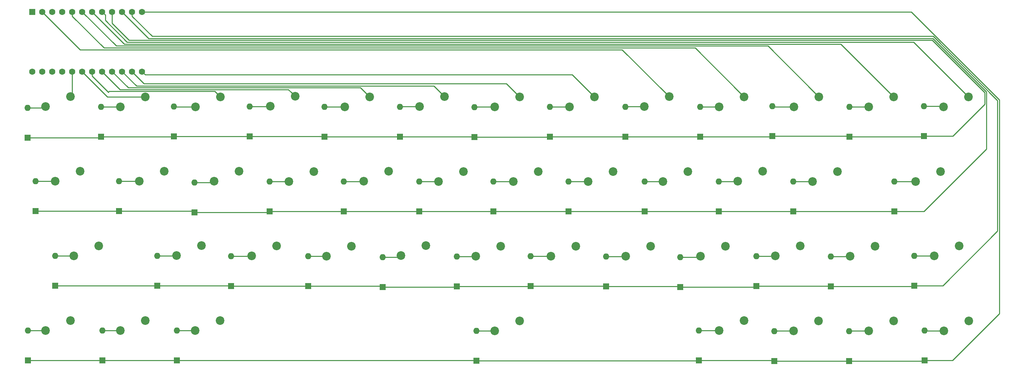
<source format=gtl>
G04 #@! TF.GenerationSoftware,KiCad,Pcbnew,(5.0.2)-1*
G04 #@! TF.CreationDate,2019-01-21T23:38:19-05:00*
G04 #@! TF.ProjectId,TG4x,54473478-2e6b-4696-9361-645f70636258,rev?*
G04 #@! TF.SameCoordinates,Original*
G04 #@! TF.FileFunction,Copper,L1,Top*
G04 #@! TF.FilePolarity,Positive*
%FSLAX46Y46*%
G04 Gerber Fmt 4.6, Leading zero omitted, Abs format (unit mm)*
G04 Created by KiCad (PCBNEW (5.0.2)-1) date 1/21/2019 11:38:19 PM*
%MOMM*%
%LPD*%
G01*
G04 APERTURE LIST*
G04 #@! TA.AperFunction,ComponentPad*
%ADD10C,2.200000*%
G04 #@! TD*
G04 #@! TA.AperFunction,ComponentPad*
%ADD11O,1.600000X1.600000*%
G04 #@! TD*
G04 #@! TA.AperFunction,ComponentPad*
%ADD12R,1.600000X1.600000*%
G04 #@! TD*
G04 #@! TA.AperFunction,ComponentPad*
%ADD13C,1.600000*%
G04 #@! TD*
G04 #@! TA.AperFunction,Conductor*
%ADD14C,0.250000*%
G04 #@! TD*
G04 APERTURE END LIST*
D10*
G04 #@! TO.P,SW2,2*
G04 #@! TO.N,Net-(D2-Pad2)*
X30810200Y-102946200D03*
G04 #@! TO.P,SW2,1*
G04 #@! TO.N,Net-(SW1-Pad1)*
X37160200Y-100406200D03*
G04 #@! TD*
D11*
G04 #@! TO.P,D39,2*
G04 #@! TO.N,Net-(D39-Pad2)*
X230733600Y-84099400D03*
D12*
G04 #@! TO.P,D39,1*
G04 #@! TO.N,Net-(D12-Pad1)*
X230733600Y-91719400D03*
G04 #@! TD*
D11*
G04 #@! TO.P,D43,2*
G04 #@! TO.N,Net-(D43-Pad2)*
X251993400Y-83921600D03*
D12*
G04 #@! TO.P,D43,1*
G04 #@! TO.N,Net-(D12-Pad1)*
X251993400Y-91541600D03*
G04 #@! TD*
D11*
G04 #@! TO.P,D42,2*
G04 #@! TO.N,Net-(D42-Pad2)*
X246913400Y-64947800D03*
D12*
G04 #@! TO.P,D42,1*
G04 #@! TO.N,Net-(D11-Pad1)*
X246913400Y-72567800D03*
G04 #@! TD*
D10*
G04 #@! TO.P,SW38,1*
G04 #@! TO.N,Net-(SW37-Pad1)*
X232486200Y-62407800D03*
G04 #@! TO.P,SW38,2*
G04 #@! TO.N,Net-(D38-Pad2)*
X226136200Y-64947800D03*
G04 #@! TD*
D12*
G04 #@! TO.P,D38,1*
G04 #@! TO.N,Net-(D11-Pad1)*
X221183200Y-72567800D03*
D11*
G04 #@! TO.P,D38,2*
G04 #@! TO.N,Net-(D38-Pad2)*
X221183200Y-64947800D03*
G04 #@! TD*
D10*
G04 #@! TO.P,SW37,2*
G04 #@! TO.N,Net-(D37-Pad2)*
X221361000Y-45872400D03*
G04 #@! TO.P,SW37,1*
G04 #@! TO.N,Net-(SW37-Pad1)*
X227711000Y-43332400D03*
G04 #@! TD*
D12*
G04 #@! TO.P,D1,1*
G04 #@! TO.N,Net-(D1-Pad1)*
X26187400Y-53771800D03*
D11*
G04 #@! TO.P,D1,2*
G04 #@! TO.N,Net-(D1-Pad2)*
X26187400Y-46151800D03*
G04 #@! TD*
G04 #@! TO.P,D2,2*
G04 #@! TO.N,Net-(D2-Pad2)*
X26289000Y-102946200D03*
D12*
G04 #@! TO.P,D2,1*
G04 #@! TO.N,Net-(D10-Pad1)*
X26289000Y-110566200D03*
G04 #@! TD*
D11*
G04 #@! TO.P,D3,2*
G04 #@! TO.N,Net-(D3-Pad2)*
X28219400Y-64871600D03*
D12*
G04 #@! TO.P,D3,1*
G04 #@! TO.N,Net-(D11-Pad1)*
X28219400Y-72491600D03*
G04 #@! TD*
G04 #@! TO.P,D4,1*
G04 #@! TO.N,Net-(D12-Pad1)*
X33223200Y-91541600D03*
D11*
G04 #@! TO.P,D4,2*
G04 #@! TO.N,Net-(D4-Pad2)*
X33223200Y-83921600D03*
G04 #@! TD*
G04 #@! TO.P,D5,2*
G04 #@! TO.N,Net-(D5-Pad2)*
X44932600Y-45923200D03*
D12*
G04 #@! TO.P,D5,1*
G04 #@! TO.N,Net-(D1-Pad1)*
X44932600Y-53543200D03*
G04 #@! TD*
G04 #@! TO.P,D6,1*
G04 #@! TO.N,Net-(D10-Pad1)*
X45237400Y-110617000D03*
D11*
G04 #@! TO.P,D6,2*
G04 #@! TO.N,Net-(D6-Pad2)*
X45237400Y-102997000D03*
G04 #@! TD*
D12*
G04 #@! TO.P,D7,1*
G04 #@! TO.N,Net-(D11-Pad1)*
X49530000Y-72466200D03*
D11*
G04 #@! TO.P,D7,2*
G04 #@! TO.N,Net-(D7-Pad2)*
X49530000Y-64846200D03*
G04 #@! TD*
D12*
G04 #@! TO.P,D8,1*
G04 #@! TO.N,Net-(D12-Pad1)*
X59258200Y-91541600D03*
D11*
G04 #@! TO.P,D8,2*
G04 #@! TO.N,Net-(D8-Pad2)*
X59258200Y-83921600D03*
G04 #@! TD*
D12*
G04 #@! TO.P,D9,1*
G04 #@! TO.N,Net-(D1-Pad1)*
X63500000Y-53467000D03*
D11*
G04 #@! TO.P,D9,2*
G04 #@! TO.N,Net-(D9-Pad2)*
X63500000Y-45847000D03*
G04 #@! TD*
G04 #@! TO.P,D10,2*
G04 #@! TO.N,Net-(D10-Pad2)*
X64236600Y-102997000D03*
D12*
G04 #@! TO.P,D10,1*
G04 #@! TO.N,Net-(D10-Pad1)*
X64236600Y-110617000D03*
G04 #@! TD*
D11*
G04 #@! TO.P,D11,2*
G04 #@! TO.N,Net-(D11-Pad2)*
X68681600Y-65176400D03*
D12*
G04 #@! TO.P,D11,1*
G04 #@! TO.N,Net-(D11-Pad1)*
X68681600Y-72796400D03*
G04 #@! TD*
D11*
G04 #@! TO.P,D12,2*
G04 #@! TO.N,Net-(D12-Pad2)*
X78003400Y-83997800D03*
D12*
G04 #@! TO.P,D12,1*
G04 #@! TO.N,Net-(D12-Pad1)*
X78003400Y-91617800D03*
G04 #@! TD*
G04 #@! TO.P,D13,1*
G04 #@! TO.N,Net-(D1-Pad1)*
X82727800Y-53467000D03*
D11*
G04 #@! TO.P,D13,2*
G04 #@! TO.N,Net-(D13-Pad2)*
X82727800Y-45847000D03*
G04 #@! TD*
G04 #@! TO.P,D14,2*
G04 #@! TO.N,Net-(D14-Pad2)*
X87884000Y-64922400D03*
D12*
G04 #@! TO.P,D14,1*
G04 #@! TO.N,Net-(D11-Pad1)*
X87884000Y-72542400D03*
G04 #@! TD*
G04 #@! TO.P,D15,1*
G04 #@! TO.N,Net-(D12-Pad1)*
X97637600Y-91643200D03*
D11*
G04 #@! TO.P,D15,2*
G04 #@! TO.N,Net-(D15-Pad2)*
X97637600Y-84023200D03*
G04 #@! TD*
G04 #@! TO.P,D16,2*
G04 #@! TO.N,Net-(D16-Pad2)*
X101828600Y-45897800D03*
D12*
G04 #@! TO.P,D16,1*
G04 #@! TO.N,Net-(D1-Pad1)*
X101828600Y-53517800D03*
G04 #@! TD*
G04 #@! TO.P,D17,1*
G04 #@! TO.N,Net-(D11-Pad1)*
X106705400Y-72593200D03*
D11*
G04 #@! TO.P,D17,2*
G04 #@! TO.N,Net-(D17-Pad2)*
X106705400Y-64973200D03*
G04 #@! TD*
G04 #@! TO.P,D18,2*
G04 #@! TO.N,Net-(D18-Pad2)*
X116636800Y-84251800D03*
D12*
G04 #@! TO.P,D18,1*
G04 #@! TO.N,Net-(D12-Pad1)*
X116636800Y-91871800D03*
G04 #@! TD*
G04 #@! TO.P,D19,1*
G04 #@! TO.N,Net-(D1-Pad1)*
X121005600Y-53492400D03*
D11*
G04 #@! TO.P,D19,2*
G04 #@! TO.N,Net-(D19-Pad2)*
X121005600Y-45872400D03*
G04 #@! TD*
G04 #@! TO.P,D20,2*
G04 #@! TO.N,Net-(D20-Pad2)*
X125933200Y-64998600D03*
D12*
G04 #@! TO.P,D20,1*
G04 #@! TO.N,Net-(D11-Pad1)*
X125933200Y-72618600D03*
G04 #@! TD*
G04 #@! TO.P,D21,1*
G04 #@! TO.N,Net-(D12-Pad1)*
X135509000Y-91694000D03*
D11*
G04 #@! TO.P,D21,2*
G04 #@! TO.N,Net-(D21-Pad2)*
X135509000Y-84074000D03*
G04 #@! TD*
G04 #@! TO.P,D22,2*
G04 #@! TO.N,Net-(D22-Pad2)*
X140487400Y-103073200D03*
D12*
G04 #@! TO.P,D22,1*
G04 #@! TO.N,Net-(D10-Pad1)*
X140487400Y-110693200D03*
G04 #@! TD*
G04 #@! TO.P,D23,1*
G04 #@! TO.N,Net-(D1-Pad1)*
X140030200Y-53594000D03*
D11*
G04 #@! TO.P,D23,2*
G04 #@! TO.N,Net-(D23-Pad2)*
X140030200Y-45974000D03*
G04 #@! TD*
G04 #@! TO.P,D24,2*
G04 #@! TO.N,Net-(D24-Pad2)*
X144856200Y-64973200D03*
D12*
G04 #@! TO.P,D24,1*
G04 #@! TO.N,Net-(D11-Pad1)*
X144856200Y-72593200D03*
G04 #@! TD*
G04 #@! TO.P,D25,1*
G04 #@! TO.N,Net-(D12-Pad1)*
X154305000Y-91617800D03*
D11*
G04 #@! TO.P,D25,2*
G04 #@! TO.N,Net-(D25-Pad2)*
X154305000Y-83997800D03*
G04 #@! TD*
G04 #@! TO.P,D26,2*
G04 #@! TO.N,Net-(D26-Pad2)*
X159232600Y-45897800D03*
D12*
G04 #@! TO.P,D26,1*
G04 #@! TO.N,Net-(D1-Pad1)*
X159232600Y-53517800D03*
G04 #@! TD*
G04 #@! TO.P,D27,1*
G04 #@! TO.N,Net-(D11-Pad1)*
X163931600Y-72618600D03*
D11*
G04 #@! TO.P,D27,2*
G04 #@! TO.N,Net-(D27-Pad2)*
X163931600Y-64998600D03*
G04 #@! TD*
G04 #@! TO.P,D28,2*
G04 #@! TO.N,Net-(D28-Pad2)*
X173507400Y-84074000D03*
D12*
G04 #@! TO.P,D28,1*
G04 #@! TO.N,Net-(D12-Pad1)*
X173507400Y-91694000D03*
G04 #@! TD*
G04 #@! TO.P,D29,1*
G04 #@! TO.N,Net-(D1-Pad1)*
X178460400Y-53492400D03*
D11*
G04 #@! TO.P,D29,2*
G04 #@! TO.N,Net-(D29-Pad2)*
X178460400Y-45872400D03*
G04 #@! TD*
D12*
G04 #@! TO.P,D30,1*
G04 #@! TO.N,Net-(D11-Pad1)*
X183388000Y-72618600D03*
D11*
G04 #@! TO.P,D30,2*
G04 #@! TO.N,Net-(D30-Pad2)*
X183388000Y-64998600D03*
G04 #@! TD*
D12*
G04 #@! TO.P,D31,1*
G04 #@! TO.N,Net-(D12-Pad1)*
X192405000Y-91871800D03*
D11*
G04 #@! TO.P,D31,2*
G04 #@! TO.N,Net-(D31-Pad2)*
X192405000Y-84251800D03*
G04 #@! TD*
G04 #@! TO.P,D32,2*
G04 #@! TO.N,Net-(D32-Pad2)*
X197129400Y-102997000D03*
D12*
G04 #@! TO.P,D32,1*
G04 #@! TO.N,Net-(D10-Pad1)*
X197129400Y-110617000D03*
G04 #@! TD*
D11*
G04 #@! TO.P,D33,2*
G04 #@! TO.N,Net-(D33-Pad2)*
X197485000Y-45923200D03*
D12*
G04 #@! TO.P,D33,1*
G04 #@! TO.N,Net-(D1-Pad1)*
X197485000Y-53543200D03*
G04 #@! TD*
D11*
G04 #@! TO.P,D34,2*
G04 #@! TO.N,Net-(D34-Pad2)*
X202209400Y-64998600D03*
D12*
G04 #@! TO.P,D34,1*
G04 #@! TO.N,Net-(D11-Pad1)*
X202209400Y-72618600D03*
G04 #@! TD*
G04 #@! TO.P,D35,1*
G04 #@! TO.N,Net-(D12-Pad1)*
X211759800Y-91592400D03*
D11*
G04 #@! TO.P,D35,2*
G04 #@! TO.N,Net-(D35-Pad2)*
X211759800Y-83972400D03*
G04 #@! TD*
G04 #@! TO.P,D36,2*
G04 #@! TO.N,Net-(D36-Pad2)*
X216331800Y-103124000D03*
D12*
G04 #@! TO.P,D36,1*
G04 #@! TO.N,Net-(D10-Pad1)*
X216331800Y-110744000D03*
G04 #@! TD*
G04 #@! TO.P,D37,1*
G04 #@! TO.N,Net-(D1-Pad1)*
X215849200Y-53390800D03*
D11*
G04 #@! TO.P,D37,2*
G04 #@! TO.N,Net-(D37-Pad2)*
X215849200Y-45770800D03*
G04 #@! TD*
G04 #@! TO.P,D40,2*
G04 #@! TO.N,Net-(D40-Pad2)*
X235458000Y-103124000D03*
D12*
G04 #@! TO.P,D40,1*
G04 #@! TO.N,Net-(D10-Pad1)*
X235458000Y-110744000D03*
G04 #@! TD*
G04 #@! TO.P,D41,1*
G04 #@! TO.N,Net-(D1-Pad1)*
X235483400Y-53543200D03*
D11*
G04 #@! TO.P,D41,2*
G04 #@! TO.N,Net-(D41-Pad2)*
X235483400Y-45923200D03*
G04 #@! TD*
D12*
G04 #@! TO.P,D44,1*
G04 #@! TO.N,Net-(D10-Pad1)*
X254635000Y-110617000D03*
D11*
G04 #@! TO.P,D44,2*
G04 #@! TO.N,Net-(D44-Pad2)*
X254635000Y-102997000D03*
G04 #@! TD*
D12*
G04 #@! TO.P,D45,1*
G04 #@! TO.N,Net-(D1-Pad1)*
X254457200Y-53365400D03*
D11*
G04 #@! TO.P,D45,2*
G04 #@! TO.N,Net-(D45-Pad2)*
X254457200Y-45745400D03*
G04 #@! TD*
D10*
G04 #@! TO.P,SW1,1*
G04 #@! TO.N,Net-(SW1-Pad1)*
X37160200Y-43307000D03*
G04 #@! TO.P,SW1,2*
G04 #@! TO.N,Net-(D1-Pad2)*
X30810200Y-45847000D03*
G04 #@! TD*
G04 #@! TO.P,SW3,1*
G04 #@! TO.N,Net-(SW1-Pad1)*
X39547800Y-62306200D03*
G04 #@! TO.P,SW3,2*
G04 #@! TO.N,Net-(D3-Pad2)*
X33197800Y-64846200D03*
G04 #@! TD*
G04 #@! TO.P,SW4,1*
G04 #@! TO.N,Net-(SW1-Pad1)*
X44323000Y-81356200D03*
G04 #@! TO.P,SW4,2*
G04 #@! TO.N,Net-(D4-Pad2)*
X37973000Y-83896200D03*
G04 #@! TD*
G04 #@! TO.P,SW5,1*
G04 #@! TO.N,Net-(SW5-Pad1)*
X56184800Y-43357800D03*
G04 #@! TO.P,SW5,2*
G04 #@! TO.N,Net-(D5-Pad2)*
X49834800Y-45897800D03*
G04 #@! TD*
G04 #@! TO.P,SW6,1*
G04 #@! TO.N,Net-(SW5-Pad1)*
X56210200Y-100406200D03*
G04 #@! TO.P,SW6,2*
G04 #@! TO.N,Net-(D6-Pad2)*
X49860200Y-102946200D03*
G04 #@! TD*
G04 #@! TO.P,SW7,2*
G04 #@! TO.N,Net-(D7-Pad2)*
X54635400Y-64846200D03*
G04 #@! TO.P,SW7,1*
G04 #@! TO.N,Net-(SW5-Pad1)*
X60985400Y-62306200D03*
G04 #@! TD*
G04 #@! TO.P,SW8,1*
G04 #@! TO.N,Net-(SW5-Pad1)*
X70510400Y-81330800D03*
G04 #@! TO.P,SW8,2*
G04 #@! TO.N,Net-(D8-Pad2)*
X64160400Y-83870800D03*
G04 #@! TD*
G04 #@! TO.P,SW9,2*
G04 #@! TO.N,Net-(D9-Pad2)*
X68961000Y-45897800D03*
G04 #@! TO.P,SW9,1*
G04 #@! TO.N,Net-(SW10-Pad1)*
X75311000Y-43357800D03*
G04 #@! TD*
G04 #@! TO.P,SW10,2*
G04 #@! TO.N,Net-(D10-Pad2)*
X68910200Y-102946200D03*
G04 #@! TO.P,SW10,1*
G04 #@! TO.N,Net-(SW10-Pad1)*
X75260200Y-100406200D03*
G04 #@! TD*
G04 #@! TO.P,SW11,2*
G04 #@! TO.N,Net-(D11-Pad2)*
X73710800Y-64846200D03*
G04 #@! TO.P,SW11,1*
G04 #@! TO.N,Net-(SW10-Pad1)*
X80060800Y-62306200D03*
G04 #@! TD*
G04 #@! TO.P,SW12,1*
G04 #@! TO.N,Net-(SW10-Pad1)*
X89585800Y-81356200D03*
G04 #@! TO.P,SW12,2*
G04 #@! TO.N,Net-(D12-Pad2)*
X83235800Y-83896200D03*
G04 #@! TD*
G04 #@! TO.P,SW13,1*
G04 #@! TO.N,Net-(SW13-Pad1)*
X94361000Y-43230800D03*
G04 #@! TO.P,SW13,2*
G04 #@! TO.N,Net-(D13-Pad2)*
X88011000Y-45770800D03*
G04 #@! TD*
G04 #@! TO.P,SW14,2*
G04 #@! TO.N,Net-(D14-Pad2)*
X92760800Y-64998600D03*
G04 #@! TO.P,SW14,1*
G04 #@! TO.N,Net-(SW13-Pad1)*
X99110800Y-62458600D03*
G04 #@! TD*
G04 #@! TO.P,SW15,1*
G04 #@! TO.N,Net-(SW13-Pad1)*
X108635800Y-81432400D03*
G04 #@! TO.P,SW15,2*
G04 #@! TO.N,Net-(D15-Pad2)*
X102285800Y-83972400D03*
G04 #@! TD*
G04 #@! TO.P,SW16,2*
G04 #@! TO.N,Net-(D16-Pad2)*
X106984800Y-45923200D03*
G04 #@! TO.P,SW16,1*
G04 #@! TO.N,Net-(SW16-Pad1)*
X113334800Y-43383200D03*
G04 #@! TD*
G04 #@! TO.P,SW17,1*
G04 #@! TO.N,Net-(SW16-Pad1)*
X118186200Y-62357000D03*
G04 #@! TO.P,SW17,2*
G04 #@! TO.N,Net-(D17-Pad2)*
X111836200Y-64897000D03*
G04 #@! TD*
G04 #@! TO.P,SW18,2*
G04 #@! TO.N,Net-(D18-Pad2)*
X121310400Y-83870800D03*
G04 #@! TO.P,SW18,1*
G04 #@! TO.N,Net-(SW16-Pad1)*
X127660400Y-81330800D03*
G04 #@! TD*
G04 #@! TO.P,SW19,1*
G04 #@! TO.N,Net-(SW19-Pad1)*
X132384800Y-43307000D03*
G04 #@! TO.P,SW19,2*
G04 #@! TO.N,Net-(D19-Pad2)*
X126034800Y-45847000D03*
G04 #@! TD*
G04 #@! TO.P,SW20,2*
G04 #@! TO.N,Net-(D20-Pad2)*
X130860800Y-64922400D03*
G04 #@! TO.P,SW20,1*
G04 #@! TO.N,Net-(SW19-Pad1)*
X137210800Y-62382400D03*
G04 #@! TD*
G04 #@! TO.P,SW21,1*
G04 #@! TO.N,Net-(SW19-Pad1)*
X146710400Y-81432400D03*
G04 #@! TO.P,SW21,2*
G04 #@! TO.N,Net-(D21-Pad2)*
X140360400Y-83972400D03*
G04 #@! TD*
G04 #@! TO.P,SW22,2*
G04 #@! TO.N,Net-(D22-Pad2)*
X145186400Y-103073200D03*
G04 #@! TO.P,SW22,1*
G04 #@! TO.N,Net-(SW19-Pad1)*
X151536400Y-100533200D03*
G04 #@! TD*
G04 #@! TO.P,SW23,1*
G04 #@! TO.N,Net-(SW23-Pad1)*
X151485600Y-43332400D03*
G04 #@! TO.P,SW23,2*
G04 #@! TO.N,Net-(D23-Pad2)*
X145135600Y-45872400D03*
G04 #@! TD*
G04 #@! TO.P,SW24,2*
G04 #@! TO.N,Net-(D24-Pad2)*
X149910800Y-64947800D03*
G04 #@! TO.P,SW24,1*
G04 #@! TO.N,Net-(SW23-Pad1)*
X156260800Y-62407800D03*
G04 #@! TD*
G04 #@! TO.P,SW25,1*
G04 #@! TO.N,Net-(SW23-Pad1)*
X165862000Y-81432400D03*
G04 #@! TO.P,SW25,2*
G04 #@! TO.N,Net-(D25-Pad2)*
X159512000Y-83972400D03*
G04 #@! TD*
G04 #@! TO.P,SW26,2*
G04 #@! TO.N,Net-(D26-Pad2)*
X164236400Y-45923200D03*
G04 #@! TO.P,SW26,1*
G04 #@! TO.N,Net-(SW26-Pad1)*
X170586400Y-43383200D03*
G04 #@! TD*
G04 #@! TO.P,SW27,1*
G04 #@! TO.N,Net-(SW26-Pad1)*
X175310800Y-62433200D03*
G04 #@! TO.P,SW27,2*
G04 #@! TO.N,Net-(D27-Pad2)*
X168960800Y-64973200D03*
G04 #@! TD*
G04 #@! TO.P,SW28,2*
G04 #@! TO.N,Net-(D28-Pad2)*
X178562000Y-83997800D03*
G04 #@! TO.P,SW28,1*
G04 #@! TO.N,Net-(SW26-Pad1)*
X184912000Y-81457800D03*
G04 #@! TD*
G04 #@! TO.P,SW29,1*
G04 #@! TO.N,Net-(SW29-Pad1)*
X189585600Y-43307000D03*
G04 #@! TO.P,SW29,2*
G04 #@! TO.N,Net-(D29-Pad2)*
X183235600Y-45847000D03*
G04 #@! TD*
G04 #@! TO.P,SW30,2*
G04 #@! TO.N,Net-(D30-Pad2)*
X188036200Y-64947800D03*
G04 #@! TO.P,SW30,1*
G04 #@! TO.N,Net-(SW29-Pad1)*
X194386200Y-62407800D03*
G04 #@! TD*
G04 #@! TO.P,SW31,1*
G04 #@! TO.N,Net-(SW29-Pad1)*
X203936600Y-81432400D03*
G04 #@! TO.P,SW31,2*
G04 #@! TO.N,Net-(D31-Pad2)*
X197586600Y-83972400D03*
G04 #@! TD*
G04 #@! TO.P,SW32,1*
G04 #@! TO.N,Net-(SW29-Pad1)*
X208661000Y-100457000D03*
G04 #@! TO.P,SW32,2*
G04 #@! TO.N,Net-(D32-Pad2)*
X202311000Y-102997000D03*
G04 #@! TD*
G04 #@! TO.P,SW33,2*
G04 #@! TO.N,Net-(D33-Pad2)*
X202311000Y-45872400D03*
G04 #@! TO.P,SW33,1*
G04 #@! TO.N,Net-(SW33-Pad1)*
X208661000Y-43332400D03*
G04 #@! TD*
G04 #@! TO.P,SW34,1*
G04 #@! TO.N,Net-(SW33-Pad1)*
X213436200Y-62357000D03*
G04 #@! TO.P,SW34,2*
G04 #@! TO.N,Net-(D34-Pad2)*
X207086200Y-64897000D03*
G04 #@! TD*
G04 #@! TO.P,SW35,2*
G04 #@! TO.N,Net-(D35-Pad2)*
X216611200Y-83947000D03*
G04 #@! TO.P,SW35,1*
G04 #@! TO.N,Net-(SW33-Pad1)*
X222961200Y-81407000D03*
G04 #@! TD*
G04 #@! TO.P,SW36,1*
G04 #@! TO.N,Net-(SW33-Pad1)*
X227660200Y-100507800D03*
G04 #@! TO.P,SW36,2*
G04 #@! TO.N,Net-(D36-Pad2)*
X221310200Y-103047800D03*
G04 #@! TD*
G04 #@! TO.P,SW39,2*
G04 #@! TO.N,Net-(D39-Pad2)*
X235686600Y-84023200D03*
G04 #@! TO.P,SW39,1*
G04 #@! TO.N,Net-(SW37-Pad1)*
X242036600Y-81483200D03*
G04 #@! TD*
G04 #@! TO.P,SW40,1*
G04 #@! TO.N,Net-(SW37-Pad1)*
X246786400Y-100507800D03*
G04 #@! TO.P,SW40,2*
G04 #@! TO.N,Net-(D40-Pad2)*
X240436400Y-103047800D03*
G04 #@! TD*
G04 #@! TO.P,SW41,2*
G04 #@! TO.N,Net-(D41-Pad2)*
X240411000Y-45897800D03*
G04 #@! TO.P,SW41,1*
G04 #@! TO.N,Net-(SW41-Pad1)*
X246761000Y-43357800D03*
G04 #@! TD*
G04 #@! TO.P,SW42,2*
G04 #@! TO.N,Net-(D42-Pad2)*
X252323600Y-64922400D03*
G04 #@! TO.P,SW42,1*
G04 #@! TO.N,Net-(SW41-Pad1)*
X258673600Y-62382400D03*
G04 #@! TD*
G04 #@! TO.P,SW43,2*
G04 #@! TO.N,Net-(D43-Pad2)*
X257073400Y-83947000D03*
G04 #@! TO.P,SW43,1*
G04 #@! TO.N,Net-(SW41-Pad1)*
X263423400Y-81407000D03*
G04 #@! TD*
G04 #@! TO.P,SW44,2*
G04 #@! TO.N,Net-(D44-Pad2)*
X259537200Y-103022400D03*
G04 #@! TO.P,SW44,1*
G04 #@! TO.N,Net-(SW41-Pad1)*
X265887200Y-100482400D03*
G04 #@! TD*
G04 #@! TO.P,SW45,1*
G04 #@! TO.N,Net-(SW45-Pad1)*
X265836400Y-43357800D03*
G04 #@! TO.P,SW45,2*
G04 #@! TO.N,Net-(D45-Pad2)*
X259486400Y-45897800D03*
G04 #@! TD*
D12*
G04 #@! TO.P,U1,1*
G04 #@! TO.N,Net-(U1-Pad1)*
X27406600Y-21666200D03*
D13*
G04 #@! TO.P,U1,2*
G04 #@! TO.N,Net-(SW29-Pad1)*
X29946600Y-21666200D03*
G04 #@! TO.P,U1,3*
G04 #@! TO.N,Net-(U1-Pad3)*
X32486600Y-21666200D03*
G04 #@! TO.P,U1,4*
G04 #@! TO.N,Net-(U1-Pad4)*
X35026600Y-21666200D03*
G04 #@! TO.P,U1,5*
G04 #@! TO.N,Net-(SW33-Pad1)*
X37566600Y-21666200D03*
G04 #@! TO.P,U1,6*
G04 #@! TO.N,Net-(SW37-Pad1)*
X40106600Y-21666200D03*
G04 #@! TO.P,U1,7*
G04 #@! TO.N,Net-(SW41-Pad1)*
X42646600Y-21666200D03*
G04 #@! TO.P,U1,8*
G04 #@! TO.N,Net-(SW45-Pad1)*
X45186600Y-21666200D03*
G04 #@! TO.P,U1,9*
G04 #@! TO.N,Net-(D1-Pad1)*
X47726600Y-21666200D03*
G04 #@! TO.P,U1,10*
G04 #@! TO.N,Net-(D11-Pad1)*
X50266600Y-21666200D03*
G04 #@! TO.P,U1,11*
G04 #@! TO.N,Net-(D12-Pad1)*
X52806600Y-21666200D03*
G04 #@! TO.P,U1,12*
G04 #@! TO.N,Net-(D10-Pad1)*
X55346600Y-21666200D03*
G04 #@! TO.P,U1,13*
G04 #@! TO.N,Net-(SW26-Pad1)*
X55346600Y-36906200D03*
G04 #@! TO.P,U1,14*
G04 #@! TO.N,Net-(SW23-Pad1)*
X52806600Y-36906200D03*
G04 #@! TO.P,U1,15*
G04 #@! TO.N,Net-(SW19-Pad1)*
X50266600Y-36906200D03*
G04 #@! TO.P,U1,16*
G04 #@! TO.N,Net-(SW16-Pad1)*
X47726600Y-36906200D03*
G04 #@! TO.P,U1,17*
G04 #@! TO.N,Net-(SW13-Pad1)*
X45186600Y-36906200D03*
G04 #@! TO.P,U1,18*
G04 #@! TO.N,Net-(SW10-Pad1)*
X42646600Y-36906200D03*
G04 #@! TO.P,U1,19*
G04 #@! TO.N,Net-(SW5-Pad1)*
X40106600Y-36906200D03*
G04 #@! TO.P,U1,20*
G04 #@! TO.N,Net-(SW1-Pad1)*
X37566600Y-36906200D03*
G04 #@! TO.P,U1,21*
G04 #@! TO.N,Net-(U1-Pad21)*
X35026600Y-36906200D03*
G04 #@! TO.P,U1,22*
G04 #@! TO.N,Net-(U1-Pad22)*
X32486600Y-36906200D03*
G04 #@! TO.P,U1,23*
G04 #@! TO.N,Net-(U1-Pad23)*
X29946600Y-36906200D03*
G04 #@! TO.P,U1,24*
G04 #@! TO.N,Net-(U1-Pad24)*
X27406600Y-36906200D03*
G04 #@! TD*
D14*
G04 #@! TO.N,Net-(D1-Pad1)*
X44704000Y-53771800D02*
X44932600Y-53543200D01*
X26187400Y-53771800D02*
X44704000Y-53771800D01*
X63423800Y-53543200D02*
X63500000Y-53467000D01*
X44932600Y-53543200D02*
X63423800Y-53543200D01*
X63500000Y-53467000D02*
X82727800Y-53467000D01*
X101777800Y-53467000D02*
X101828600Y-53517800D01*
X82727800Y-53467000D02*
X101777800Y-53467000D01*
X120980200Y-53517800D02*
X121005600Y-53492400D01*
X101828600Y-53517800D02*
X120980200Y-53517800D01*
X139928600Y-53492400D02*
X140030200Y-53594000D01*
X121005600Y-53492400D02*
X139928600Y-53492400D01*
X159156400Y-53594000D02*
X159232600Y-53517800D01*
X140030200Y-53594000D02*
X159156400Y-53594000D01*
X178435000Y-53517800D02*
X178460400Y-53492400D01*
X159232600Y-53517800D02*
X178435000Y-53517800D01*
X197434200Y-53492400D02*
X197485000Y-53543200D01*
X178460400Y-53492400D02*
X197434200Y-53492400D01*
X215696800Y-53543200D02*
X215849200Y-53390800D01*
X197485000Y-53543200D02*
X215696800Y-53543200D01*
X215849200Y-53390800D02*
X235331000Y-53390800D01*
X47726600Y-21666200D02*
X47726600Y-24587200D01*
X52051790Y-28912390D02*
X256547190Y-28912390D01*
X47726600Y-24587200D02*
X52051790Y-28912390D01*
X256547190Y-28912390D02*
X269925800Y-42291000D01*
X269925800Y-45249402D02*
X261809802Y-53365400D01*
X269925800Y-42291000D02*
X269925800Y-45249402D01*
X255507200Y-53365400D02*
X254457200Y-53365400D01*
X261809802Y-53365400D02*
X255507200Y-53365400D01*
X235483400Y-53543200D02*
X254279400Y-53543200D01*
X254279400Y-53543200D02*
X254457200Y-53365400D01*
X235331000Y-53390800D02*
X235483400Y-53543200D01*
G04 #@! TO.N,Net-(D1-Pad2)*
X30505400Y-46151800D02*
X30810200Y-45847000D01*
X26187400Y-46151800D02*
X30505400Y-46151800D01*
G04 #@! TO.N,Net-(D10-Pad1)*
X45186600Y-110566200D02*
X45237400Y-110617000D01*
X26289000Y-110566200D02*
X45186600Y-110566200D01*
X45237400Y-110617000D02*
X64236600Y-110617000D01*
X140411200Y-110617000D02*
X140487400Y-110693200D01*
X64236600Y-110617000D02*
X140411200Y-110617000D01*
X197053200Y-110693200D02*
X197129400Y-110617000D01*
X140487400Y-110693200D02*
X197053200Y-110693200D01*
X216204800Y-110617000D02*
X216331800Y-110744000D01*
X197129400Y-110617000D02*
X216204800Y-110617000D01*
X217381800Y-110744000D02*
X235458000Y-110744000D01*
X216331800Y-110744000D02*
X217381800Y-110744000D01*
X254508000Y-110744000D02*
X254635000Y-110617000D01*
X235458000Y-110744000D02*
X254508000Y-110744000D01*
X255685000Y-110617000D02*
X254635000Y-110617000D01*
X261733602Y-110617000D02*
X255685000Y-110617000D01*
X273652410Y-98698192D02*
X261733602Y-110617000D01*
X273652410Y-44108380D02*
X273652410Y-98698192D01*
X251210230Y-21666200D02*
X273652410Y-44108380D01*
X55346600Y-21666200D02*
X251210230Y-21666200D01*
G04 #@! TO.N,Net-(D2-Pad2)*
X29254566Y-102946200D02*
X26289000Y-102946200D01*
X30810200Y-102946200D02*
X29254566Y-102946200D01*
G04 #@! TO.N,Net-(D3-Pad2)*
X33172400Y-64871600D02*
X33197800Y-64846200D01*
X28219400Y-64871600D02*
X33172400Y-64871600D01*
G04 #@! TO.N,Net-(D11-Pad1)*
X49504600Y-72491600D02*
X49530000Y-72466200D01*
X28219400Y-72491600D02*
X49504600Y-72491600D01*
X68351400Y-72466200D02*
X68681600Y-72796400D01*
X49530000Y-72466200D02*
X68351400Y-72466200D01*
X87630000Y-72796400D02*
X87884000Y-72542400D01*
X68681600Y-72796400D02*
X87630000Y-72796400D01*
X106654600Y-72542400D02*
X106705400Y-72593200D01*
X87884000Y-72542400D02*
X106654600Y-72542400D01*
X125907800Y-72593200D02*
X125933200Y-72618600D01*
X106705400Y-72593200D02*
X125907800Y-72593200D01*
X144830800Y-72618600D02*
X144856200Y-72593200D01*
X125933200Y-72618600D02*
X144830800Y-72618600D01*
X163906200Y-72593200D02*
X163931600Y-72618600D01*
X144856200Y-72593200D02*
X163906200Y-72593200D01*
X164981600Y-72618600D02*
X183388000Y-72618600D01*
X163931600Y-72618600D02*
X164981600Y-72618600D01*
X183388000Y-72618600D02*
X202209400Y-72618600D01*
X202209400Y-72618600D02*
X221132400Y-72618600D01*
X57062780Y-28462380D02*
X108900820Y-28462380D01*
X50266600Y-21666200D02*
X57062780Y-28462380D01*
X108900820Y-28462380D02*
X108915200Y-28448000D01*
X270375810Y-56661192D02*
X254469202Y-72567800D01*
X270375810Y-42104600D02*
X270375810Y-56661192D01*
X256719210Y-28448000D02*
X270375810Y-42104600D01*
X108915200Y-28448000D02*
X256719210Y-28448000D01*
X221183200Y-72567800D02*
X246913400Y-72567800D01*
X221132400Y-72618600D02*
X221183200Y-72567800D01*
X254469202Y-72567800D02*
X247963400Y-72567800D01*
X247963400Y-72567800D02*
X246913400Y-72567800D01*
G04 #@! TO.N,Net-(D4-Pad2)*
X37947600Y-83921600D02*
X37973000Y-83896200D01*
X33223200Y-83921600D02*
X37947600Y-83921600D01*
G04 #@! TO.N,Net-(D12-Pad1)*
X34273200Y-91541600D02*
X59258200Y-91541600D01*
X33223200Y-91541600D02*
X34273200Y-91541600D01*
X77927200Y-91541600D02*
X78003400Y-91617800D01*
X59258200Y-91541600D02*
X77927200Y-91541600D01*
X97612200Y-91617800D02*
X97637600Y-91643200D01*
X78003400Y-91617800D02*
X97612200Y-91617800D01*
X116408200Y-91643200D02*
X116636800Y-91871800D01*
X97637600Y-91643200D02*
X116408200Y-91643200D01*
X135331200Y-91871800D02*
X135509000Y-91694000D01*
X116636800Y-91871800D02*
X135331200Y-91871800D01*
X154228800Y-91694000D02*
X154305000Y-91617800D01*
X135509000Y-91694000D02*
X154228800Y-91694000D01*
X173431200Y-91617800D02*
X173507400Y-91694000D01*
X154305000Y-91617800D02*
X173431200Y-91617800D01*
X192227200Y-91694000D02*
X192405000Y-91871800D01*
X173507400Y-91694000D02*
X192227200Y-91694000D01*
X211480400Y-91871800D02*
X211759800Y-91592400D01*
X192405000Y-91871800D02*
X211480400Y-91871800D01*
X211759800Y-91592400D02*
X230606600Y-91592400D01*
X52806600Y-22797570D02*
X57923630Y-27914600D01*
X52806600Y-21666200D02*
X52806600Y-22797570D01*
X256822220Y-27914600D02*
X273202400Y-44294780D01*
X57923630Y-27914600D02*
X256822220Y-27914600D01*
X273202400Y-77609002D02*
X259269802Y-91541600D01*
X273202400Y-44294780D02*
X273202400Y-77609002D01*
X230606600Y-91592400D02*
X230733600Y-91719400D01*
X230733600Y-91719400D02*
X251815600Y-91719400D01*
X251815600Y-91719400D02*
X251993400Y-91541600D01*
X253043400Y-91541600D02*
X251993400Y-91541600D01*
X259269802Y-91541600D02*
X253043400Y-91541600D01*
G04 #@! TO.N,Net-(D5-Pad2)*
X44958000Y-45897800D02*
X44932600Y-45923200D01*
X49834800Y-45897800D02*
X44958000Y-45897800D01*
G04 #@! TO.N,Net-(D6-Pad2)*
X45288200Y-102946200D02*
X45237400Y-102997000D01*
X49860200Y-102946200D02*
X45288200Y-102946200D01*
G04 #@! TO.N,Net-(D7-Pad2)*
X50661370Y-64846200D02*
X54635400Y-64846200D01*
X49530000Y-64846200D02*
X50661370Y-64846200D01*
G04 #@! TO.N,Net-(D8-Pad2)*
X64109600Y-83921600D02*
X64160400Y-83870800D01*
X59258200Y-83921600D02*
X64109600Y-83921600D01*
G04 #@! TO.N,Net-(D9-Pad2)*
X63550800Y-45897800D02*
X63500000Y-45847000D01*
X68961000Y-45897800D02*
X63550800Y-45897800D01*
G04 #@! TO.N,Net-(D10-Pad2)*
X64287400Y-102946200D02*
X64236600Y-102997000D01*
X68910200Y-102946200D02*
X64287400Y-102946200D01*
G04 #@! TO.N,Net-(D11-Pad2)*
X73380600Y-65176400D02*
X73710800Y-64846200D01*
X68681600Y-65176400D02*
X73380600Y-65176400D01*
G04 #@! TO.N,Net-(D12-Pad2)*
X83134200Y-83997800D02*
X83235800Y-83896200D01*
X78003400Y-83997800D02*
X83134200Y-83997800D01*
G04 #@! TO.N,Net-(D13-Pad2)*
X87934800Y-45847000D02*
X88011000Y-45770800D01*
X82727800Y-45847000D02*
X87934800Y-45847000D01*
G04 #@! TO.N,Net-(D14-Pad2)*
X92684600Y-64922400D02*
X92760800Y-64998600D01*
X87884000Y-64922400D02*
X92684600Y-64922400D01*
G04 #@! TO.N,Net-(D15-Pad2)*
X102235000Y-84023200D02*
X102285800Y-83972400D01*
X97637600Y-84023200D02*
X102235000Y-84023200D01*
G04 #@! TO.N,Net-(D16-Pad2)*
X101854000Y-45923200D02*
X101828600Y-45897800D01*
X106984800Y-45923200D02*
X101854000Y-45923200D01*
G04 #@! TO.N,Net-(D17-Pad2)*
X111760000Y-64973200D02*
X111836200Y-64897000D01*
X106705400Y-64973200D02*
X111760000Y-64973200D01*
G04 #@! TO.N,Net-(D18-Pad2)*
X120929400Y-84251800D02*
X121310400Y-83870800D01*
X116636800Y-84251800D02*
X120929400Y-84251800D01*
G04 #@! TO.N,Net-(D19-Pad2)*
X121031000Y-45847000D02*
X121005600Y-45872400D01*
X126034800Y-45847000D02*
X121031000Y-45847000D01*
G04 #@! TO.N,Net-(D20-Pad2)*
X130784600Y-64998600D02*
X130860800Y-64922400D01*
X125933200Y-64998600D02*
X130784600Y-64998600D01*
G04 #@! TO.N,Net-(D21-Pad2)*
X140258800Y-84074000D02*
X140360400Y-83972400D01*
X135509000Y-84074000D02*
X140258800Y-84074000D01*
G04 #@! TO.N,Net-(D22-Pad2)*
X143630766Y-103073200D02*
X140487400Y-103073200D01*
X145186400Y-103073200D02*
X143630766Y-103073200D01*
G04 #@! TO.N,Net-(D23-Pad2)*
X140131800Y-45872400D02*
X140030200Y-45974000D01*
X145135600Y-45872400D02*
X140131800Y-45872400D01*
G04 #@! TO.N,Net-(D24-Pad2)*
X144881600Y-64947800D02*
X144856200Y-64973200D01*
X149910800Y-64947800D02*
X144881600Y-64947800D01*
G04 #@! TO.N,Net-(D25-Pad2)*
X159486600Y-83997800D02*
X159512000Y-83972400D01*
X154305000Y-83997800D02*
X159486600Y-83997800D01*
G04 #@! TO.N,Net-(D26-Pad2)*
X159258000Y-45923200D02*
X159232600Y-45897800D01*
X164236400Y-45923200D02*
X159258000Y-45923200D01*
G04 #@! TO.N,Net-(D27-Pad2)*
X168935400Y-64998600D02*
X168960800Y-64973200D01*
X163931600Y-64998600D02*
X168935400Y-64998600D01*
G04 #@! TO.N,Net-(D28-Pad2)*
X178485800Y-84074000D02*
X178562000Y-83997800D01*
X173507400Y-84074000D02*
X178485800Y-84074000D01*
G04 #@! TO.N,Net-(D29-Pad2)*
X178485800Y-45847000D02*
X178460400Y-45872400D01*
X183235600Y-45847000D02*
X178485800Y-45847000D01*
G04 #@! TO.N,Net-(D30-Pad2)*
X187985400Y-64998600D02*
X188036200Y-64947800D01*
X183388000Y-64998600D02*
X187985400Y-64998600D01*
G04 #@! TO.N,Net-(D31-Pad2)*
X197307200Y-84251800D02*
X197586600Y-83972400D01*
X192405000Y-84251800D02*
X197307200Y-84251800D01*
G04 #@! TO.N,Net-(D32-Pad2)*
X200755366Y-102997000D02*
X197129400Y-102997000D01*
X202311000Y-102997000D02*
X200755366Y-102997000D01*
G04 #@! TO.N,Net-(D33-Pad2)*
X197535800Y-45872400D02*
X197485000Y-45923200D01*
X202311000Y-45872400D02*
X197535800Y-45872400D01*
G04 #@! TO.N,Net-(D34-Pad2)*
X206984600Y-64998600D02*
X207086200Y-64897000D01*
X202209400Y-64998600D02*
X206984600Y-64998600D01*
G04 #@! TO.N,Net-(D35-Pad2)*
X216585800Y-83972400D02*
X216611200Y-83947000D01*
X211759800Y-83972400D02*
X216585800Y-83972400D01*
G04 #@! TO.N,Net-(D36-Pad2)*
X216408000Y-103047800D02*
X216331800Y-103124000D01*
X221310200Y-103047800D02*
X216408000Y-103047800D01*
G04 #@! TO.N,Net-(D37-Pad2)*
X215950800Y-45872400D02*
X215849200Y-45770800D01*
X221361000Y-45872400D02*
X215950800Y-45872400D01*
G04 #@! TO.N,Net-(D38-Pad2)*
X222314570Y-64947800D02*
X226136200Y-64947800D01*
X221183200Y-64947800D02*
X222314570Y-64947800D01*
G04 #@! TO.N,Net-(D39-Pad2)*
X230733600Y-84099400D02*
X235610400Y-84099400D01*
X235610400Y-84099400D02*
X235686600Y-84023200D01*
G04 #@! TO.N,Net-(D40-Pad2)*
X235534200Y-103047800D02*
X235458000Y-103124000D01*
X240436400Y-103047800D02*
X235534200Y-103047800D01*
G04 #@! TO.N,Net-(D41-Pad2)*
X235508800Y-45897800D02*
X235483400Y-45923200D01*
X240411000Y-45897800D02*
X235508800Y-45897800D01*
G04 #@! TO.N,Net-(D42-Pad2)*
X252298200Y-64947800D02*
X252323600Y-64922400D01*
X246913400Y-64947800D02*
X252298200Y-64947800D01*
G04 #@! TO.N,Net-(D43-Pad2)*
X251993400Y-83921600D02*
X257048000Y-83921600D01*
X257048000Y-83921600D02*
X257073400Y-83947000D01*
G04 #@! TO.N,Net-(D44-Pad2)*
X254660400Y-103022400D02*
X254635000Y-102997000D01*
X259537200Y-103022400D02*
X254660400Y-103022400D01*
G04 #@! TO.N,Net-(D45-Pad2)*
X259334000Y-45745400D02*
X259486400Y-45897800D01*
X254457200Y-45745400D02*
X259334000Y-45745400D01*
G04 #@! TO.N,Net-(SW1-Pad1)*
X37566600Y-42900600D02*
X37160200Y-43307000D01*
X37566600Y-36906200D02*
X37566600Y-42900600D01*
G04 #@! TO.N,Net-(SW5-Pad1)*
X46558200Y-43357800D02*
X56184800Y-43357800D01*
X40106600Y-36906200D02*
X46558200Y-43357800D01*
G04 #@! TO.N,Net-(SW10-Pad1)*
X42646600Y-38037570D02*
X46761400Y-42152370D01*
X42646600Y-36906200D02*
X42646600Y-38037570D01*
X74211001Y-42257801D02*
X75311000Y-43357800D01*
X73885999Y-41932799D02*
X74211001Y-42257801D01*
X46980971Y-41932799D02*
X73885999Y-41932799D01*
X46761400Y-42152370D02*
X46980971Y-41932799D01*
G04 #@! TO.N,Net-(SW13-Pad1)*
X93261001Y-42130801D02*
X94361000Y-43230800D01*
X92612989Y-41482789D02*
X93261001Y-42130801D01*
X49763189Y-41482789D02*
X92612989Y-41482789D01*
X45186600Y-36906200D02*
X49763189Y-41482789D01*
G04 #@! TO.N,Net-(SW16-Pad1)*
X112234801Y-42283201D02*
X113334800Y-43383200D01*
X110984379Y-41032779D02*
X112234801Y-42283201D01*
X51853179Y-41032779D02*
X110984379Y-41032779D01*
X47726600Y-36906200D02*
X51853179Y-41032779D01*
G04 #@! TO.N,Net-(SW19-Pad1)*
X131284801Y-42207001D02*
X132384800Y-43307000D01*
X129660570Y-40582770D02*
X131284801Y-42207001D01*
X53943170Y-40582770D02*
X129660570Y-40582770D01*
X50266600Y-36906200D02*
X53943170Y-40582770D01*
G04 #@! TO.N,Net-(SW23-Pad1)*
X52806600Y-36906200D02*
X55880000Y-39979600D01*
X148132800Y-39979600D02*
X151485600Y-43332400D01*
X55880000Y-39979600D02*
X148132800Y-39979600D01*
G04 #@! TO.N,Net-(SW26-Pad1)*
X164909399Y-37706199D02*
X170586400Y-43383200D01*
X55346600Y-36906200D02*
X56146599Y-37706199D01*
X56146599Y-37706199D02*
X164909399Y-37706199D01*
G04 #@! TO.N,Net-(SW29-Pad1)*
X188485601Y-42207001D02*
X189585600Y-43307000D01*
X177596800Y-31318200D02*
X188485601Y-42207001D01*
X39598600Y-31318200D02*
X177596800Y-31318200D01*
X29946600Y-21666200D02*
X39598600Y-31318200D01*
G04 #@! TO.N,Net-(SW33-Pad1)*
X207561001Y-42232401D02*
X208661000Y-43332400D01*
X196196790Y-30868190D02*
X207561001Y-42232401D01*
X45637220Y-30868190D02*
X196196790Y-30868190D01*
X37566600Y-22797570D02*
X45637220Y-30868190D01*
X37566600Y-21666200D02*
X37566600Y-22797570D01*
G04 #@! TO.N,Net-(SW37-Pad1)*
X226611001Y-42232401D02*
X227711000Y-43332400D01*
X214731600Y-30353000D02*
X226611001Y-42232401D01*
X48793400Y-30353000D02*
X214731600Y-30353000D01*
X40106600Y-21666200D02*
X48793400Y-30353000D01*
G04 #@! TO.N,Net-(SW41-Pad1)*
X245661001Y-42257801D02*
X246761000Y-43357800D01*
X233306190Y-29902990D02*
X245661001Y-42257801D01*
X50883390Y-29902990D02*
X233306190Y-29902990D01*
X42646600Y-21666200D02*
X50883390Y-29902990D01*
G04 #@! TO.N,Net-(SW45-Pad1)*
X45986599Y-22466199D02*
X45986599Y-23786999D01*
X45186600Y-21666200D02*
X45986599Y-22466199D01*
X45986599Y-23786999D02*
X51562000Y-29362400D01*
X251841000Y-29362400D02*
X265836400Y-43357800D01*
X51562000Y-29362400D02*
X251841000Y-29362400D01*
G04 #@! TD*
M02*

</source>
